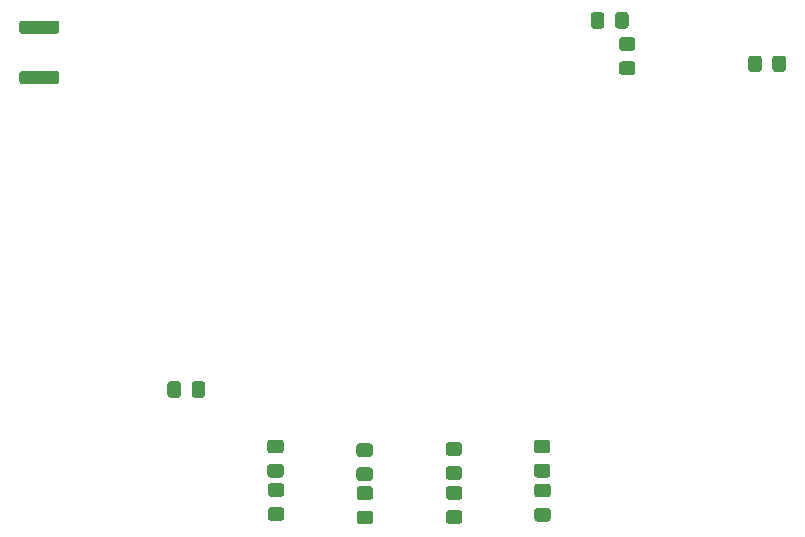
<source format=gbr>
%TF.GenerationSoftware,KiCad,Pcbnew,(5.99.0-3293-g62433736b)*%
%TF.CreationDate,2020-10-14T19:58:00+07:00*%
%TF.ProjectId,C21_board,4332315f-626f-4617-9264-2e6b69636164,rev?*%
%TF.SameCoordinates,Original*%
%TF.FileFunction,Paste,Bot*%
%TF.FilePolarity,Positive*%
%FSLAX46Y46*%
G04 Gerber Fmt 4.6, Leading zero omitted, Abs format (unit mm)*
G04 Created by KiCad (PCBNEW (5.99.0-3293-g62433736b)) date 2020-10-14 19:58:00*
%MOMM*%
%LPD*%
G01*
G04 APERTURE LIST*
G04 APERTURE END LIST*
%TO.C,C3*%
G36*
G01*
X128399999Y-103079999D02*
X127499999Y-103079999D01*
G75*
G02*
X127249999Y-102829999I0J250000D01*
G01*
X127249999Y-102179999D01*
G75*
G02*
X127499999Y-101929999I250000J0D01*
G01*
X128399999Y-101929999D01*
G75*
G02*
X128649999Y-102179999I0J-250000D01*
G01*
X128649999Y-102829999D01*
G75*
G02*
X128399999Y-103079999I-250000J0D01*
G01*
G37*
G36*
G01*
X128399999Y-101029999D02*
X127499999Y-101029999D01*
G75*
G02*
X127249999Y-100779999I0J250000D01*
G01*
X127249999Y-100129999D01*
G75*
G02*
X127499999Y-99879999I250000J0D01*
G01*
X128399999Y-99879999D01*
G75*
G02*
X128649999Y-100129999I0J-250000D01*
G01*
X128649999Y-100779999D01*
G75*
G02*
X128399999Y-101029999I-250000J0D01*
G01*
G37*
%TD*%
%TO.C,C14*%
G36*
G01*
X150974999Y-103079999D02*
X150074999Y-103079999D01*
G75*
G02*
X149824999Y-102829999I0J250000D01*
G01*
X149824999Y-102179999D01*
G75*
G02*
X150074999Y-101929999I250000J0D01*
G01*
X150974999Y-101929999D01*
G75*
G02*
X151224999Y-102179999I0J-250000D01*
G01*
X151224999Y-102829999D01*
G75*
G02*
X150974999Y-103079999I-250000J0D01*
G01*
G37*
G36*
G01*
X150974999Y-101029999D02*
X150074999Y-101029999D01*
G75*
G02*
X149824999Y-100779999I0J250000D01*
G01*
X149824999Y-100129999D01*
G75*
G02*
X150074999Y-99879999I250000J0D01*
G01*
X150974999Y-99879999D01*
G75*
G02*
X151224999Y-100129999I0J-250000D01*
G01*
X151224999Y-100779999D01*
G75*
G02*
X150974999Y-101029999I-250000J0D01*
G01*
G37*
%TD*%
%TO.C,C17*%
G36*
G01*
X135949999Y-103379999D02*
X135049999Y-103379999D01*
G75*
G02*
X134799999Y-103129999I0J250000D01*
G01*
X134799999Y-102479999D01*
G75*
G02*
X135049999Y-102229999I250000J0D01*
G01*
X135949999Y-102229999D01*
G75*
G02*
X136199999Y-102479999I0J-250000D01*
G01*
X136199999Y-103129999D01*
G75*
G02*
X135949999Y-103379999I-250000J0D01*
G01*
G37*
G36*
G01*
X135949999Y-101329999D02*
X135049999Y-101329999D01*
G75*
G02*
X134799999Y-101079999I0J250000D01*
G01*
X134799999Y-100429999D01*
G75*
G02*
X135049999Y-100179999I250000J0D01*
G01*
X135949999Y-100179999D01*
G75*
G02*
X136199999Y-100429999I0J-250000D01*
G01*
X136199999Y-101079999D01*
G75*
G02*
X135949999Y-101329999I-250000J0D01*
G01*
G37*
%TD*%
%TO.C,C18*%
G36*
G01*
X143499999Y-103279999D02*
X142599999Y-103279999D01*
G75*
G02*
X142349999Y-103029999I0J250000D01*
G01*
X142349999Y-102379999D01*
G75*
G02*
X142599999Y-102129999I250000J0D01*
G01*
X143499999Y-102129999D01*
G75*
G02*
X143749999Y-102379999I0J-250000D01*
G01*
X143749999Y-103029999D01*
G75*
G02*
X143499999Y-103279999I-250000J0D01*
G01*
G37*
G36*
G01*
X143499999Y-101229999D02*
X142599999Y-101229999D01*
G75*
G02*
X142349999Y-100979999I0J250000D01*
G01*
X142349999Y-100329999D01*
G75*
G02*
X142599999Y-100079999I250000J0D01*
G01*
X143499999Y-100079999D01*
G75*
G02*
X143749999Y-100329999I0J-250000D01*
G01*
X143749999Y-100979999D01*
G75*
G02*
X143499999Y-101229999I-250000J0D01*
G01*
G37*
%TD*%
%TO.C,R2*%
G36*
G01*
X128449999Y-106754999D02*
X127549999Y-106754999D01*
G75*
G02*
X127299999Y-106504999I0J250000D01*
G01*
X127299999Y-105854999D01*
G75*
G02*
X127549999Y-105604999I250000J0D01*
G01*
X128449999Y-105604999D01*
G75*
G02*
X128699999Y-105854999I0J-250000D01*
G01*
X128699999Y-106504999D01*
G75*
G02*
X128449999Y-106754999I-250000J0D01*
G01*
G37*
G36*
G01*
X128449999Y-104704999D02*
X127549999Y-104704999D01*
G75*
G02*
X127299999Y-104454999I0J250000D01*
G01*
X127299999Y-103804999D01*
G75*
G02*
X127549999Y-103554999I250000J0D01*
G01*
X128449999Y-103554999D01*
G75*
G02*
X128699999Y-103804999I0J-250000D01*
G01*
X128699999Y-104454999D01*
G75*
G02*
X128449999Y-104704999I-250000J0D01*
G01*
G37*
%TD*%
%TO.C,R10*%
G36*
G01*
X150999999Y-106804999D02*
X150099999Y-106804999D01*
G75*
G02*
X149849999Y-106554999I0J250000D01*
G01*
X149849999Y-105904999D01*
G75*
G02*
X150099999Y-105654999I250000J0D01*
G01*
X150999999Y-105654999D01*
G75*
G02*
X151249999Y-105904999I0J-250000D01*
G01*
X151249999Y-106554999D01*
G75*
G02*
X150999999Y-106804999I-250000J0D01*
G01*
G37*
G36*
G01*
X150999999Y-104754999D02*
X150099999Y-104754999D01*
G75*
G02*
X149849999Y-104504999I0J250000D01*
G01*
X149849999Y-103854999D01*
G75*
G02*
X150099999Y-103604999I250000J0D01*
G01*
X150999999Y-103604999D01*
G75*
G02*
X151249999Y-103854999I0J-250000D01*
G01*
X151249999Y-104504999D01*
G75*
G02*
X150999999Y-104754999I-250000J0D01*
G01*
G37*
%TD*%
%TO.C,R12*%
G36*
G01*
X135974999Y-107029999D02*
X135074999Y-107029999D01*
G75*
G02*
X134824999Y-106779999I0J250000D01*
G01*
X134824999Y-106129999D01*
G75*
G02*
X135074999Y-105879999I250000J0D01*
G01*
X135974999Y-105879999D01*
G75*
G02*
X136224999Y-106129999I0J-250000D01*
G01*
X136224999Y-106779999D01*
G75*
G02*
X135974999Y-107029999I-250000J0D01*
G01*
G37*
G36*
G01*
X135974999Y-104979999D02*
X135074999Y-104979999D01*
G75*
G02*
X134824999Y-104729999I0J250000D01*
G01*
X134824999Y-104079999D01*
G75*
G02*
X135074999Y-103829999I250000J0D01*
G01*
X135974999Y-103829999D01*
G75*
G02*
X136224999Y-104079999I0J-250000D01*
G01*
X136224999Y-104729999D01*
G75*
G02*
X135974999Y-104979999I-250000J0D01*
G01*
G37*
%TD*%
%TO.C,R13*%
G36*
G01*
X143524999Y-107004999D02*
X142624999Y-107004999D01*
G75*
G02*
X142374999Y-106754999I0J250000D01*
G01*
X142374999Y-106104999D01*
G75*
G02*
X142624999Y-105854999I250000J0D01*
G01*
X143524999Y-105854999D01*
G75*
G02*
X143774999Y-106104999I0J-250000D01*
G01*
X143774999Y-106754999D01*
G75*
G02*
X143524999Y-107004999I-250000J0D01*
G01*
G37*
G36*
G01*
X143524999Y-104954999D02*
X142624999Y-104954999D01*
G75*
G02*
X142374999Y-104704999I0J250000D01*
G01*
X142374999Y-104054999D01*
G75*
G02*
X142624999Y-103804999I250000J0D01*
G01*
X143524999Y-103804999D01*
G75*
G02*
X143774999Y-104054999I0J-250000D01*
G01*
X143774999Y-104704999D01*
G75*
G02*
X143524999Y-104954999I-250000J0D01*
G01*
G37*
%TD*%
%TO.C,D5*%
G36*
G01*
X109400000Y-69785000D02*
X106500000Y-69785000D01*
G75*
G02*
X106250000Y-69535000I0J250000D01*
G01*
X106250000Y-68910000D01*
G75*
G02*
X106500000Y-68660000I250000J0D01*
G01*
X109400000Y-68660000D01*
G75*
G02*
X109650000Y-68910000I0J-250000D01*
G01*
X109650000Y-69535000D01*
G75*
G02*
X109400000Y-69785000I-250000J0D01*
G01*
G37*
G36*
G01*
X109400000Y-65510000D02*
X106500000Y-65510000D01*
G75*
G02*
X106250000Y-65260000I0J250000D01*
G01*
X106250000Y-64635000D01*
G75*
G02*
X106500000Y-64385000I250000J0D01*
G01*
X109400000Y-64385000D01*
G75*
G02*
X109650000Y-64635000I0J-250000D01*
G01*
X109650000Y-65260000D01*
G75*
G02*
X109400000Y-65510000I-250000J0D01*
G01*
G37*
%TD*%
%TO.C,C24*%
G36*
G01*
X157275000Y-65800000D02*
X158175000Y-65800000D01*
G75*
G02*
X158425000Y-66050000I0J-250000D01*
G01*
X158425000Y-66700000D01*
G75*
G02*
X158175000Y-66950000I-250000J0D01*
G01*
X157275000Y-66950000D01*
G75*
G02*
X157025000Y-66700000I0J250000D01*
G01*
X157025000Y-66050000D01*
G75*
G02*
X157275000Y-65800000I250000J0D01*
G01*
G37*
G36*
G01*
X157275000Y-67850000D02*
X158175000Y-67850000D01*
G75*
G02*
X158425000Y-68100000I0J-250000D01*
G01*
X158425000Y-68750000D01*
G75*
G02*
X158175000Y-69000000I-250000J0D01*
G01*
X157275000Y-69000000D01*
G75*
G02*
X157025000Y-68750000I0J250000D01*
G01*
X157025000Y-68100000D01*
G75*
G02*
X157275000Y-67850000I250000J0D01*
G01*
G37*
%TD*%
%TO.C,C23*%
G36*
G01*
X167975000Y-68500000D02*
X167975000Y-67600000D01*
G75*
G02*
X168225000Y-67350000I250000J0D01*
G01*
X168875000Y-67350000D01*
G75*
G02*
X169125000Y-67600000I0J-250000D01*
G01*
X169125000Y-68500000D01*
G75*
G02*
X168875000Y-68750000I-250000J0D01*
G01*
X168225000Y-68750000D01*
G75*
G02*
X167975000Y-68500000I0J250000D01*
G01*
G37*
G36*
G01*
X170025000Y-68500000D02*
X170025000Y-67600000D01*
G75*
G02*
X170275000Y-67350000I250000J0D01*
G01*
X170925000Y-67350000D01*
G75*
G02*
X171175000Y-67600000I0J-250000D01*
G01*
X171175000Y-68500000D01*
G75*
G02*
X170925000Y-68750000I-250000J0D01*
G01*
X170275000Y-68750000D01*
G75*
G02*
X170025000Y-68500000I0J250000D01*
G01*
G37*
%TD*%
%TO.C,C22*%
G36*
G01*
X157850000Y-63925000D02*
X157850000Y-64825000D01*
G75*
G02*
X157600000Y-65075000I-250000J0D01*
G01*
X156950000Y-65075000D01*
G75*
G02*
X156700000Y-64825000I0J250000D01*
G01*
X156700000Y-63925000D01*
G75*
G02*
X156950000Y-63675000I250000J0D01*
G01*
X157600000Y-63675000D01*
G75*
G02*
X157850000Y-63925000I0J-250000D01*
G01*
G37*
G36*
G01*
X155800000Y-63925000D02*
X155800000Y-64825000D01*
G75*
G02*
X155550000Y-65075000I-250000J0D01*
G01*
X154900000Y-65075000D01*
G75*
G02*
X154650000Y-64825000I0J250000D01*
G01*
X154650000Y-63925000D01*
G75*
G02*
X154900000Y-63675000I250000J0D01*
G01*
X155550000Y-63675000D01*
G75*
G02*
X155800000Y-63925000I0J-250000D01*
G01*
G37*
%TD*%
%TO.C,C16*%
G36*
G01*
X122000000Y-95175000D02*
X122000000Y-96075000D01*
G75*
G02*
X121750000Y-96325000I-250000J0D01*
G01*
X121100000Y-96325000D01*
G75*
G02*
X120850000Y-96075000I0J250000D01*
G01*
X120850000Y-95175000D01*
G75*
G02*
X121100000Y-94925000I250000J0D01*
G01*
X121750000Y-94925000D01*
G75*
G02*
X122000000Y-95175000I0J-250000D01*
G01*
G37*
G36*
G01*
X119950000Y-95175000D02*
X119950000Y-96075000D01*
G75*
G02*
X119700000Y-96325000I-250000J0D01*
G01*
X119050000Y-96325000D01*
G75*
G02*
X118800000Y-96075000I0J250000D01*
G01*
X118800000Y-95175000D01*
G75*
G02*
X119050000Y-94925000I250000J0D01*
G01*
X119700000Y-94925000D01*
G75*
G02*
X119950000Y-95175000I0J-250000D01*
G01*
G37*
%TD*%
M02*

</source>
